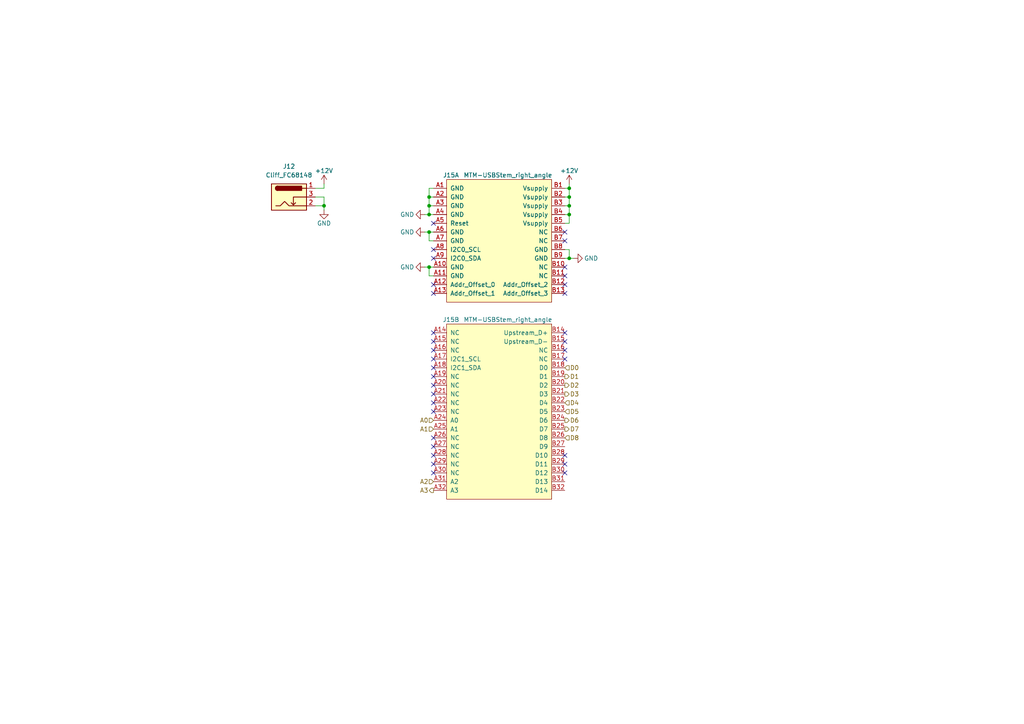
<source format=kicad_sch>
(kicad_sch (version 20211123) (generator eeschema)
  (paper "A4")
  (title_block (title "AIO438-Mainboard-TPCB") (date "2022-04-27") (rev "0.1") (company "ZOUDIO"))
  (lib_symbols
    (symbol "power:+12V" (power) (pin_names (offset 0))
      (property "Value" "+12V" (at 0 3.556 0))
      (symbol "+12V_0_1"
        (polyline (pts (xy -0.762 1.27) (xy 0 2.54)))
        (polyline (pts (xy 0 0) (xy 0 2.54)))
        (polyline (pts (xy 0 2.54) (xy 0.762 1.27)))
      )
      (symbol "+12V_1_1"
        (pin power_in line (at 0 0 90) (length 0) hide (name "+12V") (number "1"))
      )
    )
    (symbol "power:GND" (power) (pin_names (offset 0))
      (property "Value" "GND" (at 0 -3.81 0))
      (symbol "GND_0_1"
        (polyline (pts (xy 0 0) (xy 0 -1.27) (xy 1.27 -1.27) (xy 0 -2.54) (xy -1.27 -1.27) (xy 0 -1.27)))
      )
      (symbol "GND_1_1"
        (pin power_in line (at 0 0 270) (length 0) hide (name "GND") (number "1"))
      )
    )
    (symbol "zoudio_symbols:Cliff_FC68148" (pin_names hide)
      (property "Reference" "J" (at 0 5.334 0))
      (property "Value" "Cliff_FC68148" (at 0 -5.08 0))
      (symbol "Cliff_FC68148_0_1"
        (rectangle (start -5.08 3.81) (end 5.08 -3.81) (stroke (width 0.254)) (fill (type background)))
        (arc (start -3.302 3.175) (mid -3.937 2.54) (end -3.302 1.905) (stroke (width 0.254)))
        (arc (start -3.302 3.175) (mid -3.937 2.54) (end -3.302 1.905) (stroke (width 0.254)) (fill (type outline)))
        (polyline (pts (xy 1.27 -2.286) (xy 1.905 -1.651)) (stroke (width 0.254)))
        (polyline (pts (xy 5.08 2.54) (xy 3.81 2.54)) (stroke (width 0.254)))
        (polyline (pts (xy 5.08 0) (xy 1.27 0) (xy 1.27 -2.286) (xy 0.635 -1.651)) (stroke (width 0.254)))
        (polyline (pts (xy -3.81 -2.54) (xy -2.54 -2.54) (xy -1.27 -1.27) (xy 0 -2.54) (xy 2.54 -2.54) (xy 5.08 -2.54)) (stroke (width 0.254)))
        (rectangle (start 3.683 3.175) (end -3.302 1.905) (stroke (width 0.254)) (fill (type outline)))
      )
      (symbol "Cliff_FC68148_1_1"
        (pin passive line (at 7.62 2.54 180) (length 2.54) (name "~") (number "1"))
        (pin passive line (at 7.62 -2.54 180) (length 2.54) (name "~") (number "2"))
        (pin passive line (at 7.62 0 180) (length 2.54) (name "~") (number "3"))
      )
    )
    (symbol "zoudio_symbols:MTM-USBStem_right_angle" (pin_names (offset 1.016))
      (property "Reference" "J" (at 1.27 1.27 0))
      (property "Value" "MTM-USBStem_right_angle" (at 17.78 1.27 0))
      (symbol "MTM-USBStem_right_angle_1_1"
        (rectangle (start 0 0) (end 30.48 -35.56) (fill (type background)))
        (pin passive line (at -3.81 -2.54 0) (length 3.81) (name "GND") (number "A1"))
        (pin passive line (at -3.81 -25.4 0) (length 3.81) (name "GND") (number "A10"))
        (pin passive line (at -3.81 -27.94 0) (length 3.81) (name "GND") (number "A11"))
        (pin passive line (at -3.81 -30.48 0) (length 3.81) (name "Addr_Offset_0") (number "A12"))
        (pin passive line (at -3.81 -33.02 0) (length 3.81) (name "Addr_Offset_1") (number "A13"))
        (pin passive line (at -3.81 -5.08 0) (length 3.81) (name "GND") (number "A2"))
        (pin passive line (at -3.81 -7.62 0) (length 3.81) (name "GND") (number "A3"))
        (pin passive line (at -3.81 -10.16 0) (length 3.81) (name "GND") (number "A4"))
        (pin passive line (at -3.81 -12.7 0) (length 3.81) (name "Reset") (number "A5"))
        (pin passive line (at -3.81 -15.24 0) (length 3.81) (name "GND") (number "A6"))
        (pin passive line (at -3.81 -17.78 0) (length 3.81) (name "GND") (number "A7"))
        (pin passive line (at -3.81 -20.32 0) (length 3.81) (name "I2C0_SCL") (number "A8"))
        (pin passive line (at -3.81 -22.86 0) (length 3.81) (name "I2C0_SDA") (number "A9"))
        (pin passive line (at 34.29 -2.54 180) (length 3.81) (name "Vsupply") (number "B1"))
        (pin passive line (at 34.29 -25.4 180) (length 3.81) (name "NC") (number "B10"))
        (pin passive line (at 34.29 -27.94 180) (length 3.81) (name "NC") (number "B11"))
        (pin passive line (at 34.29 -30.48 180) (length 3.81) (name "Addr_Offset_2") (number "B12"))
        (pin passive line (at 34.29 -33.02 180) (length 3.81) (name "Addr_Offset_3") (number "B13"))
        (pin passive line (at 34.29 -5.08 180) (length 3.81) (name "Vsupply") (number "B2"))
        (pin passive line (at 34.29 -7.62 180) (length 3.81) (name "Vsupply") (number "B3"))
        (pin passive line (at 34.29 -10.16 180) (length 3.81) (name "Vsupply") (number "B4"))
        (pin passive line (at 34.29 -12.7 180) (length 3.81) (name "Vsupply") (number "B5"))
        (pin passive line (at 34.29 -15.24 180) (length 3.81) (name "NC") (number "B6"))
        (pin passive line (at 34.29 -17.78 180) (length 3.81) (name "NC") (number "B7"))
        (pin passive line (at 34.29 -20.32 180) (length 3.81) (name "GND") (number "B8"))
        (pin passive line (at 34.29 -22.86 180) (length 3.81) (name "GND") (number "B9"))
      )
      (symbol "MTM-USBStem_right_angle_2_1"
        (rectangle (start 0 0) (end 30.48 -50.8) (fill (type background)))
        (pin passive line (at -3.81 -2.54 0) (length 3.81) (name "NC") (number "A14"))
        (pin passive line (at -3.81 -5.08 0) (length 3.81) (name "NC") (number "A15"))
        (pin passive line (at -3.81 -7.62 0) (length 3.81) (name "NC") (number "A16"))
        (pin passive line (at -3.81 -10.16 0) (length 3.81) (name "I2C1_SCL") (number "A17"))
        (pin passive line (at -3.81 -12.7 0) (length 3.81) (name "I2C1_SDA") (number "A18"))
        (pin passive line (at -3.81 -15.24 0) (length 3.81) (name "NC") (number "A19"))
        (pin passive line (at -3.81 -17.78 0) (length 3.81) (name "NC") (number "A20"))
        (pin passive line (at -3.81 -20.32 0) (length 3.81) (name "NC") (number "A21"))
        (pin passive line (at -3.81 -22.86 0) (length 3.81) (name "NC") (number "A22"))
        (pin passive line (at -3.81 -25.4 0) (length 3.81) (name "NC") (number "A23"))
        (pin passive line (at -3.81 -27.94 0) (length 3.81) (name "A0") (number "A24"))
        (pin passive line (at -3.81 -30.48 0) (length 3.81) (name "A1") (number "A25"))
        (pin passive line (at -3.81 -33.02 0) (length 3.81) (name "NC") (number "A26"))
        (pin passive line (at -3.81 -35.56 0) (length 3.81) (name "NC") (number "A27"))
        (pin passive line (at -3.81 -38.1 0) (length 3.81) (name "NC") (number "A28"))
        (pin passive line (at -3.81 -40.64 0) (length 3.81) (name "NC") (number "A29"))
        (pin passive line (at -3.81 -43.18 0) (length 3.81) (name "NC") (number "A30"))
        (pin passive line (at -3.81 -45.72 0) (length 3.81) (name "A2") (number "A31"))
        (pin passive line (at -3.81 -48.26 0) (length 3.81) (name "A3") (number "A32"))
        (pin passive line (at 34.29 -2.54 180) (length 3.81) (name "Upstream_D+") (number "B14"))
        (pin passive line (at 34.29 -5.08 180) (length 3.81) (name "Upstream_D-") (number "B15"))
        (pin passive line (at 34.29 -7.62 180) (length 3.81) (name "NC") (number "B16"))
        (pin passive line (at 34.29 -10.16 180) (length 3.81) (name "NC") (number "B17"))
        (pin passive line (at 34.29 -12.7 180) (length 3.81) (name "D0") (number "B18"))
        (pin passive line (at 34.29 -15.24 180) (length 3.81) (name "D1") (number "B19"))
        (pin passive line (at 34.29 -17.78 180) (length 3.81) (name "D2") (number "B20"))
        (pin passive line (at 34.29 -20.32 180) (length 3.81) (name "D3") (number "B21"))
        (pin passive line (at 34.29 -22.86 180) (length 3.81) (name "D4") (number "B22"))
        (pin passive line (at 34.29 -25.4 180) (length 3.81) (name "D5") (number "B23"))
        (pin passive line (at 34.29 -27.94 180) (length 3.81) (name "D6") (number "B24"))
        (pin passive line (at 34.29 -30.48 180) (length 3.81) (name "D7") (number "B25"))
        (pin passive line (at 34.29 -33.02 180) (length 3.81) (name "D8") (number "B26"))
        (pin passive line (at 34.29 -35.56 180) (length 3.81) (name "D9") (number "B27"))
        (pin passive line (at 34.29 -38.1 180) (length 3.81) (name "D10") (number "B28"))
        (pin passive line (at 34.29 -40.64 180) (length 3.81) (name "D11") (number "B29"))
        (pin passive line (at 34.29 -43.18 180) (length 3.81) (name "D12") (number "B30"))
        (pin passive line (at 34.29 -45.72 180) (length 3.81) (name "D13") (number "B31"))
        (pin passive line (at 34.29 -48.26 180) (length 3.81) (name "D14") (number "B32"))
      )
    )
  )
  (junction (at 165.1 62.23))
  (junction (at 124.46 59.69))
  (junction (at 165.1 54.61))
  (junction (at 124.46 57.15))
  (junction (at 124.46 77.47))
  (junction (at 165.1 59.69))
  (junction (at 93.98 59.69))
  (junction (at 165.1 74.93))
  (junction (at 124.46 62.23))
  (junction (at 165.1 57.15))
  (junction (at 124.46 67.31))
  (no_connect (at 163.83 77.47))
  (no_connect (at 125.73 132.08))
  (no_connect (at 163.83 101.6))
  (no_connect (at 125.73 119.38))
  (no_connect (at 125.73 129.54))
  (no_connect (at 125.73 64.77))
  (no_connect (at 125.73 72.39))
  (no_connect (at 125.73 74.93))
  (no_connect (at 163.83 82.55))
  (no_connect (at 163.83 85.09))
  (no_connect (at 125.73 85.09))
  (no_connect (at 125.73 82.55))
  (no_connect (at 125.73 96.52))
  (no_connect (at 125.73 99.06))
  (no_connect (at 125.73 101.6))
  (no_connect (at 163.83 137.16))
  (no_connect (at 125.73 111.76))
  (no_connect (at 125.73 114.3))
  (no_connect (at 125.73 109.22))
  (no_connect (at 125.73 134.62))
  (no_connect (at 163.83 104.14))
  (no_connect (at 163.83 69.85))
  (no_connect (at 163.83 67.31))
  (no_connect (at 125.73 116.84))
  (no_connect (at 125.73 127))
  (no_connect (at 163.83 132.08))
  (no_connect (at 163.83 99.06))
  (no_connect (at 125.73 106.68))
  (no_connect (at 125.73 104.14))
  (no_connect (at 163.83 134.62))
  (no_connect (at 163.83 80.01))
  (no_connect (at 125.73 137.16))
  (no_connect (at 163.83 96.52))
  (wire (pts (xy 124.46 69.85) (xy 124.46 67.31)))
  (wire (pts (xy 124.46 59.69) (xy 124.46 62.23)))
  (wire (pts (xy 123.19 67.31) (xy 124.46 67.31)))
  (wire (pts (xy 165.1 53.34) (xy 165.1 54.61)))
  (wire (pts (xy 163.83 62.23) (xy 165.1 62.23)))
  (wire (pts (xy 123.19 77.47) (xy 124.46 77.47)))
  (wire (pts (xy 165.1 54.61) (xy 165.1 57.15)))
  (wire (pts (xy 165.1 74.93) (xy 166.37 74.93)))
  (wire (pts (xy 124.46 77.47) (xy 125.73 77.47)))
  (wire (pts (xy 163.83 72.39) (xy 165.1 72.39)))
  (wire (pts (xy 125.73 54.61) (xy 124.46 54.61)))
  (wire (pts (xy 163.83 59.69) (xy 165.1 59.69)))
  (wire (pts (xy 123.19 62.23) (xy 124.46 62.23)))
  (wire (pts (xy 124.46 54.61) (xy 124.46 57.15)))
  (wire (pts (xy 124.46 57.15) (xy 125.73 57.15)))
  (wire (pts (xy 91.44 54.61) (xy 93.98 54.61)))
  (wire (pts (xy 165.1 62.23) (xy 165.1 64.77)))
  (wire (pts (xy 124.46 57.15) (xy 124.46 59.69)))
  (wire (pts (xy 124.46 67.31) (xy 125.73 67.31)))
  (wire (pts (xy 125.73 80.01) (xy 124.46 80.01)))
  (wire (pts (xy 165.1 72.39) (xy 165.1 74.93)))
  (wire (pts (xy 165.1 64.77) (xy 163.83 64.77)))
  (wire (pts (xy 163.83 74.93) (xy 165.1 74.93)))
  (wire (pts (xy 124.46 59.69) (xy 125.73 59.69)))
  (wire (pts (xy 125.73 69.85) (xy 124.46 69.85)))
  (wire (pts (xy 163.83 54.61) (xy 165.1 54.61)))
  (wire (pts (xy 124.46 62.23) (xy 125.73 62.23)))
  (wire (pts (xy 93.98 60.96) (xy 93.98 59.69)))
  (wire (pts (xy 93.98 54.61) (xy 93.98 53.34)))
  (wire (pts (xy 165.1 57.15) (xy 165.1 59.69)))
  (wire (pts (xy 93.98 57.15) (xy 93.98 59.69)))
  (wire (pts (xy 93.98 59.69) (xy 91.44 59.69)))
  (wire (pts (xy 91.44 57.15) (xy 93.98 57.15)))
  (wire (pts (xy 165.1 59.69) (xy 165.1 62.23)))
  (wire (pts (xy 124.46 77.47) (xy 124.46 80.01)))
  (wire (pts (xy 163.83 57.15) (xy 165.1 57.15)))
  (hierarchical_label "D7" (shape output) (at 163.83 124.46 0))
  (hierarchical_label "D2" (shape output) (at 163.83 111.76 0))
  (hierarchical_label "D8" (shape input) (at 163.83 127 0))
  (hierarchical_label "D3" (shape output) (at 163.83 114.3 0))
  (hierarchical_label "D6" (shape output) (at 163.83 121.92 0))
  (hierarchical_label "A1" (shape input) (at 125.73 124.46 180))
  (hierarchical_label "A2" (shape input) (at 125.73 139.7 180))
  (hierarchical_label "D5" (shape input) (at 163.83 119.38 0))
  (hierarchical_label "A0" (shape input) (at 125.73 121.92 180))
  (hierarchical_label "D4" (shape input) (at 163.83 116.84 0))
  (hierarchical_label "D1" (shape output) (at 163.83 109.22 0))
  (hierarchical_label "D0" (shape input) (at 163.83 106.68 0))
  (hierarchical_label "A3" (shape output) (at 125.73 142.24 180))
  (symbol (lib_id "power:GND") (at 166.37 74.93 90) (unit 1)
    (property "Reference" "#PWR0121" (effects hide))
    (property "Value" "GND" (at 171.45 74.93 90))
  )
  (symbol (lib_id "power:+12V") (at 93.98 53.34 0) (unit 1)
    (property "Reference" "#PWR0106" (effects hide))
    (property "Value" "+12V" (at 93.98 49.53 0))
  )
  (symbol (lib_id "power:GND") (at 93.98 60.96 0) (unit 1)
    (property "Reference" "#PWR0107" (effects hide))
    (property "Value" "GND" (at 93.98 64.77 0))
  )
  (symbol (lib_id "power:+12V") (at 165.1 53.34 0) (unit 1)
    (property "Reference" "#PWR0108" (effects hide))
    (property "Value" "+12V" (at 165.1 49.53 0))
  )
  (symbol (lib_id "power:GND") (at 123.19 67.31 270) (unit 1)
    (property "Reference" "#PWR0111" (effects hide))
    (property "Value" "GND" (at 118.11 67.31 90))
  )
  (symbol (lib_id "zoudio_symbols:Cliff_FC68148") (at 83.82 57.15 0) (unit 1)
    (property "Reference" "J12" (at 83.82 48.26 0))
    (property "Value" "Cliff_FC68148" (at 83.82 50.8 0))
    (property "Footprint" "zoudio_footprints:FC68148" (effects hide))
    (property "Manufacturer" "Cliff" (effects hide))
    (property "Partnumber" "FC68148" (effects hide))
  )
  (symbol (lib_id "power:GND") (at 123.19 77.47 270) (unit 1)
    (property "Reference" "#PWR0113" (effects hide))
    (property "Value" "GND" (at 118.11 77.47 90))
  )
  (symbol (lib_id "zoudio_symbols:MTM-USBStem_right_angle") (at 129.54 93.98 0) (unit 2)
    (property "Reference" "J15" (at 130.81 92.71 0))
    (property "Value" "MTM-USBStem_right_angle" (at 147.32 92.71 0))
    (property "Footprint" "zoudio_footprints:SAMTEC_PCIE-064-02-X-D-RA" (effects hide))
    (property "Manufacturer" "Samtec" (effects hide))
    (property "Partnumber" "PCIE-064-02-F-D-RA" (effects hide))
  )
  (symbol (lib_id "zoudio_symbols:MTM-USBStem_right_angle") (at 129.54 52.07 0) (unit 1)
    (property "Reference" "J15" (at 130.81 50.8 0))
    (property "Value" "MTM-USBStem_right_angle" (at 147.32 50.8 0))
    (property "Footprint" "zoudio_footprints:SAMTEC_PCIE-064-02-X-D-RA" (effects hide))
    (property "Manufacturer" "Samtec" (effects hide))
    (property "Partnumber" "PCIE-064-02-F-D-RA" (effects hide))
  )
  (symbol (lib_id "power:GND") (at 123.19 62.23 270) (unit 1)
    (property "Reference" "#PWR0112" (effects hide))
    (property "Value" "GND" (at 118.11 62.23 90))
  )
)
</source>
